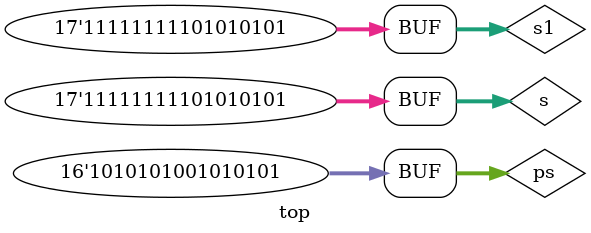
<source format=sv>
package p;

typedef struct packed {
	byte a;
	byte b;
} p_t;

endpackage


module top;

	typedef logic[7:0] t_t;

	typedef struct packed {
		bit		a;
		logic[7:0]	b;
		t_t		t;
	} s_t;

	s_t s;
	s_t s1;

	p::p_t ps;

	assign s.a = '1;
	assign s.b = '1;
	assign s.t = 8'h55;
	assign s1 = s;
	assign ps.a = 8'hAA;
	assign ps.b = 8'h55;

	always_comb begin
		assert(s.a == 1'b1);
		assert(s.b == 8'hFF);
		assert(s.t == 8'h55);
		assert(s1.t == 8'h55);
		assert(ps.a == 8'hAA);
		assert(ps.b == 8'h55);
	end

endmodule

</source>
